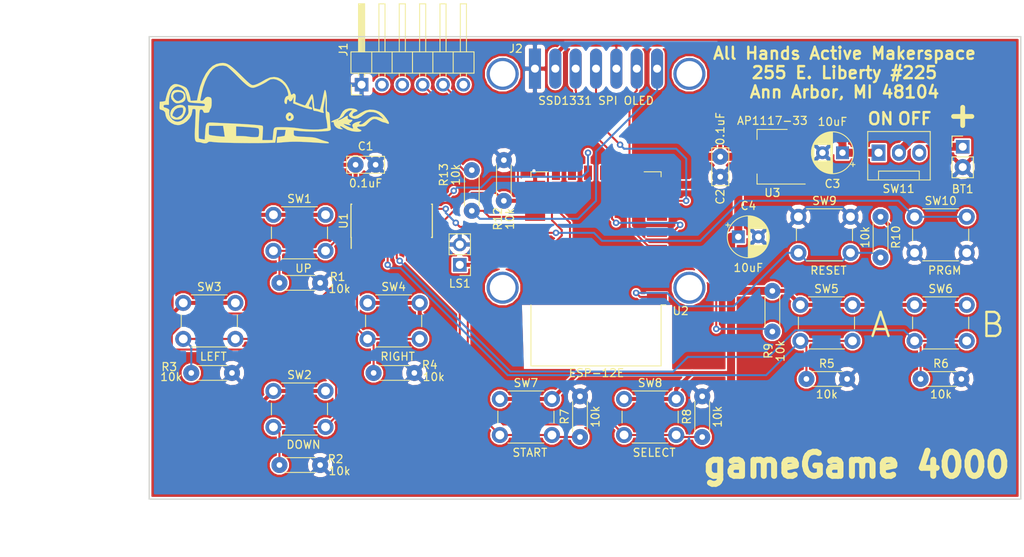
<source format=kicad_pcb>
(kicad_pcb (version 20171130) (host pcbnew 5.0.0-rc2-dev-unknown-r12507-fb882633)
  (layers (0 F.Cu signal) (31 B.Cu signal) (34 B.Paste user) (35 F.Paste user) (36 B.SilkS user) (37 F.SilkS user) (38 B.Mask user) (39 F.Mask user) (44 Edge.Cuts user))
  (net 0 "")
  (net 1 +3V3)
  (net 2 GND)
  (net 3 +BATT)
  (net 4 /RX)
  (net 5 /TX)
  (net 6 /CS)
  (net 7 /DC)
  (net 8 /SPEAKER)
  (net 9 /RST)
  (net 10 "Net-(R1-Pad1)")
  (net 11 "Net-(R2-Pad1)")
  (net 12 "Net-(R3-Pad1)")
  (net 13 "Net-(R4-Pad1)")
  (net 14 "Net-(R5-Pad1)")
  (net 15 "Net-(R6-Pad1)")
  (net 16 "Net-(R7-Pad1)")
  (net 17 "Net-(R8-Pad1)")
  (net 18 "Net-(R9-Pad2)")
  (net 19 "Net-(BT1-Pad1)")
  (net 20 /BUTTONS)
  (net 21 /STCP)
  (net 22 /MOSI)
  (net 23 /CLK)
  (net 24 /SHCP)
  (net 25 /~PL)
  (module Capacitor_THT:CP_Radial_D5.0mm_P2.50mm (layer F.Cu) (at 148.75 48)
    (fp_text reference C4 (at 1.25 -3.87) (layer F.SilkS))
    (fp_text value 10uF (at 1.25 3.87) (layer F.SilkS))
    (pad 2 thru_hole circle (at 2.5 0) (size 1.6 1.6) (drill 0.8) (layers *.Cu *.Mask) (net 2 GND))
    (pad 1 thru_hole rect (at 0 0) (size 1.6 1.6) (drill 0.8) (layers *.Cu *.Mask) (net 1 +3V3))
  )
  (module Capacitor_THT:CP_Radial_D5.0mm_P2.50mm (layer F.Cu) (at 161.75 37.5 180)
    (fp_text reference C3 (at 1.25 -3.87 180) (layer F.SilkS))
    (fp_text value 10uF (at 1.25 3.87 180) (layer F.SilkS))
    (pad 2 thru_hole circle (at 2.5 0 180) (size 1.6 1.6) (drill 0.8) (layers *.Cu *.Mask) (net 2 GND))
    (pad 1 thru_hole rect (at 0 0 180) (size 1.6 1.6) (drill 0.8) (layers *.Cu *.Mask) (net 3 +BATT))
  )
  (module gglib:C_Rect_L4.6mm_W2.0mm_P2.50mm_MKS02_FKP02 (layer F.Cu) (at 146.5 38 270)
    (fp_text reference C2 (at 5 0 270) (layer F.SilkS))
    (fp_text value 0.1uF (at -3.5 0 270) (layer F.SilkS))
    (pad 1 thru_hole circle (at 0 0 270) (size 2 2) (drill 0.7) (layers *.Cu *.Mask) (net 1 +3V3))
    (pad 2 thru_hole circle (at 2.5 0 270) (size 2 2) (drill 0.7) (layers *.Cu *.Mask) (net 2 GND))
  )
  (module gglib:C_Rect_L4.6mm_W2.0mm_P2.50mm_MKS02_FKP02 (layer F.Cu) (at 101 39)
    (fp_text reference C1 (at 1.25 -2.31) (layer F.SilkS))
    (fp_text value 0.1uF (at 1.25 2.31) (layer F.SilkS))
    (pad 1 thru_hole circle (at 0 0) (size 2 2) (drill 0.7) (layers *.Cu *.Mask) (net 1 +3V3))
    (pad 2 thru_hole circle (at 2.5 0) (size 2 2) (drill 0.7) (layers *.Cu *.Mask) (net 2 GND))
  )
  (module Connector_PinHeader_2.54mm:PinHeader_1x06_P2.54mm_Horizontal (layer F.Cu) (at 101.75 29 90)
    (fp_text reference J1 (at 4.385 -2.27 90) (layer F.SilkS))
    (fp_text value FTDI)
    (pad 1 thru_hole rect (at 0 0 90) (size 1.7 1.7) (drill 1) (layers *.Cu *.Mask) (net 2 GND))
    (pad 2 thru_hole oval (at 0 2.54 90) (size 1.7 1.7) (drill 1) (layers *.Cu *.Mask))
    (pad 3 thru_hole oval (at 0 5.08 90) (size 1.7 1.7) (drill 1) (layers *.Cu *.Mask))
    (pad 4 thru_hole oval (at 0 7.62 90) (size 1.7 1.7) (drill 1) (layers *.Cu *.Mask) (net 4 /RX))
    (pad 5 thru_hole oval (at 0 10.16 90) (size 1.7 1.7) (drill 1) (layers *.Cu *.Mask) (net 5 /TX))
    (pad 6 thru_hole oval (at 0 12.7 90) (size 1.7 1.7) (drill 1) (layers *.Cu *.Mask))
  )
  (module footprints:SD1131 (layer F.Cu) (at 131 41)
    (fp_text reference J2 (at -10 -16.5) (layer F.SilkS))
    (fp_text value "SSD1331 SPI OLED" (at 0 -10) (layer F.SilkS))
    (pad 8 thru_hole circle (at 11.65 -13.35) (size 4 4) (drill 3.2) (layers *.Cu *.Mask))
    (pad 8 thru_hole circle (at -11.65 -13.35) (size 4 4) (drill 3.2) (layers *.Cu *.Mask))
    (pad 8 thru_hole circle (at 11.65 13.35) (size 4 4) (drill 3.2) (layers *.Cu *.Mask))
    (pad 8 thru_hole circle (at -11.65 13.35) (size 4 4) (drill 3.2) (layers *.Cu *.Mask))
    (pad 7 thru_hole oval (at 7.62 -14) (size 1.5 5) (drill 1) (layers *.Cu *.Mask) (net 6 /CS))
    (pad 6 thru_hole oval (at 5.08 -14) (size 1.5 5) (drill 1) (layers *.Cu *.Mask) (net 7 /DC))
    (pad 5 thru_hole oval (at 2.54 -14) (size 1.5 5) (drill 1) (layers *.Cu *.Mask) (net 1 +3V3))
    (pad 4 thru_hole oval (at 0 -14) (size 1.5 5) (drill 1) (layers *.Cu *.Mask) (net 22 /MOSI))
    (pad 3 thru_hole oval (at -2.54 -14) (size 1.5 5) (drill 1) (layers *.Cu *.Mask) (net 23 /CLK))
    (pad 2 thru_hole oval (at -5.08 -14) (size 1.5 5) (drill 1) (layers *.Cu *.Mask) (net 1 +3V3))
    (pad 1 thru_hole rect (at -7.62 -14) (size 1.5 5) (drill 1) (layers *.Cu *.Mask) (net 2 GND))
  )
  (module Button_Switch_THT:SW_PUSH_6mm (layer F.Cu) (at 90.75 45.25)
    (fp_text reference SW1 (at 3.25 -2) (layer F.SilkS))
    (fp_text value UP (at 3.75 6.7) (layer F.SilkS))
    (pad 2 thru_hole circle (at 0 4.5 90) (size 2 2) (drill 1.1) (layers *.Cu *.Mask) (net 10 "Net-(R1-Pad1)"))
    (pad 1 thru_hole circle (at 0 0 90) (size 2 2) (drill 1.1) (layers *.Cu *.Mask) (net 1 +3V3))
    (pad 2 thru_hole circle (at 6.5 4.5 90) (size 2 2) (drill 1.1) (layers *.Cu *.Mask) (net 10 "Net-(R1-Pad1)"))
    (pad 1 thru_hole circle (at 6.5 0 90) (size 2 2) (drill 1.1) (layers *.Cu *.Mask) (net 1 +3V3))
  )
  (module Button_Switch_THT:SW_PUSH_6mm (layer F.Cu) (at 90.75 67.25)
    (fp_text reference SW2 (at 3.25 -2) (layer F.SilkS))
    (fp_text value DOWN (at 3.75 6.7) (layer F.SilkS))
    (pad 1 thru_hole circle (at 6.5 0 90) (size 2 2) (drill 1.1) (layers *.Cu *.Mask) (net 1 +3V3))
    (pad 2 thru_hole circle (at 6.5 4.5 90) (size 2 2) (drill 1.1) (layers *.Cu *.Mask) (net 11 "Net-(R2-Pad1)"))
    (pad 1 thru_hole circle (at 0 0 90) (size 2 2) (drill 1.1) (layers *.Cu *.Mask) (net 1 +3V3))
    (pad 2 thru_hole circle (at 0 4.5 90) (size 2 2) (drill 1.1) (layers *.Cu *.Mask) (net 11 "Net-(R2-Pad1)"))
  )
  (module Button_Switch_THT:SW_PUSH_6mm (layer F.Cu) (at 79.5 56.25)
    (fp_text reference SW3 (at 3.25 -2) (layer F.SilkS))
    (fp_text value LEFT (at 3.75 6.7) (layer F.SilkS))
    (pad 2 thru_hole circle (at 0 4.5 90) (size 2 2) (drill 1.1) (layers *.Cu *.Mask) (net 12 "Net-(R3-Pad1)"))
    (pad 1 thru_hole circle (at 0 0 90) (size 2 2) (drill 1.1) (layers *.Cu *.Mask) (net 1 +3V3))
    (pad 2 thru_hole circle (at 6.5 4.5 90) (size 2 2) (drill 1.1) (layers *.Cu *.Mask) (net 12 "Net-(R3-Pad1)"))
    (pad 1 thru_hole circle (at 6.5 0 90) (size 2 2) (drill 1.1) (layers *.Cu *.Mask) (net 1 +3V3))
  )
  (module Button_Switch_THT:SW_PUSH_6mm (layer F.Cu) (at 102.5 56.25)
    (fp_text reference SW4 (at 3.25 -2) (layer F.SilkS))
    (fp_text value RIGHT (at 3.75 6.7) (layer F.SilkS))
    (pad 1 thru_hole circle (at 6.5 0 90) (size 2 2) (drill 1.1) (layers *.Cu *.Mask) (net 1 +3V3))
    (pad 2 thru_hole circle (at 6.5 4.5 90) (size 2 2) (drill 1.1) (layers *.Cu *.Mask) (net 13 "Net-(R4-Pad1)"))
    (pad 1 thru_hole circle (at 0 0 90) (size 2 2) (drill 1.1) (layers *.Cu *.Mask) (net 1 +3V3))
    (pad 2 thru_hole circle (at 0 4.5 90) (size 2 2) (drill 1.1) (layers *.Cu *.Mask) (net 13 "Net-(R4-Pad1)"))
  )
  (module Button_Switch_THT:SW_PUSH_6mm (layer F.Cu) (at 156.5 56.5)
    (fp_text reference SW5 (at 3.25 -2) (layer F.SilkS))
    (fp_text value A)
    (pad 1 thru_hole circle (at 6.5 0 90) (size 2 2) (drill 1.1) (layers *.Cu *.Mask) (net 1 +3V3))
    (pad 2 thru_hole circle (at 6.5 4.5 90) (size 2 2) (drill 1.1) (layers *.Cu *.Mask) (net 14 "Net-(R5-Pad1)"))
    (pad 1 thru_hole circle (at 0 0 90) (size 2 2) (drill 1.1) (layers *.Cu *.Mask) (net 1 +3V3))
    (pad 2 thru_hole circle (at 0 4.5 90) (size 2 2) (drill 1.1) (layers *.Cu *.Mask) (net 14 "Net-(R5-Pad1)"))
  )
  (module Button_Switch_THT:SW_PUSH_6mm (layer F.Cu) (at 170.75 56.5)
    (fp_text reference SW6 (at 3.25 -2) (layer F.SilkS))
    (fp_text value B)
    (pad 2 thru_hole circle (at 0 4.5 90) (size 2 2) (drill 1.1) (layers *.Cu *.Mask) (net 15 "Net-(R6-Pad1)"))
    (pad 1 thru_hole circle (at 0 0 90) (size 2 2) (drill 1.1) (layers *.Cu *.Mask) (net 1 +3V3))
    (pad 2 thru_hole circle (at 6.5 4.5 90) (size 2 2) (drill 1.1) (layers *.Cu *.Mask) (net 15 "Net-(R6-Pad1)"))
    (pad 1 thru_hole circle (at 6.5 0 90) (size 2 2) (drill 1.1) (layers *.Cu *.Mask) (net 1 +3V3))
  )
  (module Button_Switch_THT:SW_PUSH_6mm (layer F.Cu) (at 119 68.25)
    (fp_text reference SW7 (at 3.25 -2) (layer F.SilkS))
    (fp_text value START (at 3.75 6.7) (layer F.SilkS))
    (pad 1 thru_hole circle (at 6.5 0 90) (size 2 2) (drill 1.1) (layers *.Cu *.Mask) (net 1 +3V3))
    (pad 2 thru_hole circle (at 6.5 4.5 90) (size 2 2) (drill 1.1) (layers *.Cu *.Mask) (net 16 "Net-(R7-Pad1)"))
    (pad 1 thru_hole circle (at 0 0 90) (size 2 2) (drill 1.1) (layers *.Cu *.Mask) (net 1 +3V3))
    (pad 2 thru_hole circle (at 0 4.5 90) (size 2 2) (drill 1.1) (layers *.Cu *.Mask) (net 16 "Net-(R7-Pad1)"))
  )
  (module Button_Switch_THT:SW_PUSH_6mm (layer F.Cu) (at 134.5 68.25)
    (fp_text reference SW8 (at 3.25 -2) (layer F.SilkS))
    (fp_text value SELECT (at 3.75 6.7) (layer F.SilkS))
    (pad 2 thru_hole circle (at 0 4.5 90) (size 2 2) (drill 1.1) (layers *.Cu *.Mask) (net 17 "Net-(R8-Pad1)"))
    (pad 1 thru_hole circle (at 0 0 90) (size 2 2) (drill 1.1) (layers *.Cu *.Mask) (net 1 +3V3))
    (pad 2 thru_hole circle (at 6.5 4.5 90) (size 2 2) (drill 1.1) (layers *.Cu *.Mask) (net 17 "Net-(R8-Pad1)"))
    (pad 1 thru_hole circle (at 6.5 0 90) (size 2 2) (drill 1.1) (layers *.Cu *.Mask) (net 1 +3V3))
  )
  (module Button_Switch_THT:SW_PUSH_6mm (layer F.Cu) (at 156.25 45.5)
    (fp_text reference SW9 (at 3.25 -2) (layer F.SilkS))
    (fp_text value RESET (at 3.75 6.7) (layer F.SilkS))
    (pad 2 thru_hole circle (at 0 4.5 90) (size 2 2) (drill 1.1) (layers *.Cu *.Mask) (net 9 /RST))
    (pad 1 thru_hole circle (at 0 0 90) (size 2 2) (drill 1.1) (layers *.Cu *.Mask) (net 2 GND))
    (pad 2 thru_hole circle (at 6.5 4.5 90) (size 2 2) (drill 1.1) (layers *.Cu *.Mask) (net 9 /RST))
    (pad 1 thru_hole circle (at 6.5 0 90) (size 2 2) (drill 1.1) (layers *.Cu *.Mask) (net 2 GND))
  )
  (module Button_Switch_THT:SW_PUSH_6mm (layer F.Cu) (at 170.75 45.5)
    (fp_text reference SW10 (at 3.25 -2) (layer F.SilkS))
    (fp_text value PRGM (at 3.75 6.7) (layer F.SilkS))
    (pad 1 thru_hole circle (at 6.5 0 90) (size 2 2) (drill 1.1) (layers *.Cu *.Mask) (net 24 /SHCP))
    (pad 2 thru_hole circle (at 6.5 4.5 90) (size 2 2) (drill 1.1) (layers *.Cu *.Mask) (net 2 GND))
    (pad 1 thru_hole circle (at 0 0 90) (size 2 2) (drill 1.1) (layers *.Cu *.Mask) (net 24 /SHCP))
    (pad 2 thru_hole circle (at 0 4.5 90) (size 2 2) (drill 1.1) (layers *.Cu *.Mask) (net 2 GND))
  )
  (module Connector:FanPinHeader_1x03_P2.54mm_Vertical (layer F.Cu) (at 166.25 37.5)
    (fp_text reference SW11 (at 2.5 4.5) (layer F.SilkS))
    (fp_text value SW_SPDT)
    (pad 1 thru_hole rect (at 0 0 90) (size 2.03 1.73) (drill 1.02) (layers *.Cu *.Mask) (net 3 +BATT))
    (pad 2 thru_hole oval (at 2.54 0 90) (size 2.03 1.73) (drill 1.02) (layers *.Cu *.Mask) (net 19 "Net-(BT1-Pad1)"))
    (pad 3 thru_hole oval (at 5.08 0 90) (size 2.03 1.73) (drill 1.02) (layers *.Cu *.Mask))
  )
  (module Package_SO:SOIC-16_3.9x9.9mm_P1.27mm (layer F.Cu) (at 105.5 46 90)
    (fp_text reference U1 (at 0 -6 90) (layer F.SilkS))
    (fp_text value 74LS597)
    (pad 1 smd rect (at -2.7 -4.445 90) (size 1.5 0.6) (layers F.Cu F.Paste F.Mask) (net 11 "Net-(R2-Pad1)"))
    (pad 2 smd rect (at -2.7 -3.175 90) (size 1.5 0.6) (layers F.Cu F.Paste F.Mask) (net 12 "Net-(R3-Pad1)"))
    (pad 3 smd rect (at -2.7 -1.905 90) (size 1.5 0.6) (layers F.Cu F.Paste F.Mask) (net 13 "Net-(R4-Pad1)"))
    (pad 4 smd rect (at -2.7 -0.635 90) (size 1.5 0.6) (layers F.Cu F.Paste F.Mask) (net 14 "Net-(R5-Pad1)"))
    (pad 5 smd rect (at -2.7 0.635 90) (size 1.5 0.6) (layers F.Cu F.Paste F.Mask) (net 15 "Net-(R6-Pad1)"))
    (pad 6 smd rect (at -2.7 1.905 90) (size 1.5 0.6) (layers F.Cu F.Paste F.Mask) (net 16 "Net-(R7-Pad1)"))
    (pad 7 smd rect (at -2.7 3.175 90) (size 1.5 0.6) (layers F.Cu F.Paste F.Mask) (net 17 "Net-(R8-Pad1)"))
    (pad 8 smd rect (at -2.7 4.445 90) (size 1.5 0.6) (layers F.Cu F.Paste F.Mask) (net 2 GND))
    (pad 9 smd rect (at 2.7 4.445 90) (size 1.5 0.6) (layers F.Cu F.Paste F.Mask) (net 20 /BUTTONS))
    (pad 10 smd rect (at 2.7 3.175 90) (size 1.5 0.6) (layers F.Cu F.Paste F.Mask) (net 1 +3V3))
    (pad 11 smd rect (at 2.7 1.905 90) (size 1.5 0.6) (layers F.Cu F.Paste F.Mask) (net 24 /SHCP))
    (pad 12 smd rect (at 2.7 0.635 90) (size 1.5 0.6) (layers F.Cu F.Paste F.Mask) (net 21 /STCP))
    (pad 13 smd rect (at 2.7 -0.635 90) (size 1.5 0.6) (layers F.Cu F.Paste F.Mask) (net 25 /~PL))
    (pad 14 smd rect (at 2.7 -1.905 90) (size 1.5 0.6) (layers F.Cu F.Paste F.Mask) (net 2 GND))
    (pad 15 smd rect (at 2.7 -3.175 90) (size 1.5 0.6) (layers F.Cu F.Paste F.Mask) (net 10 "Net-(R1-Pad1)"))
    (pad 16 smd rect (at 2.7 -4.445 90) (size 1.5 0.6) (layers F.Cu F.Paste F.Mask) (net 1 +3V3))
  )
  (module RF_Module:ESP-12E (layer F.Cu) (at 131 52 180)
    (fp_text reference U2 (at -10.56 -5.26 180) (layer F.SilkS))
    (fp_text value ESP-12E (at -0.06 -13 180) (layer F.SilkS))
    (pad 1 smd rect (at -7.6 -3.5 180) (size 2.5 1) (layers F.Cu F.Paste F.Mask) (net 9 /RST))
    (pad 2 smd rect (at -7.6 -1.5 180) (size 2.5 1) (layers F.Cu F.Paste F.Mask))
    (pad 3 smd rect (at -7.6 0.5 180) (size 2.5 1) (layers F.Cu F.Paste F.Mask) (net 18 "Net-(R9-Pad2)"))
    (pad 4 smd rect (at -7.6 2.5 180) (size 2.5 1) (layers F.Cu F.Paste F.Mask) (net 7 /DC))
    (pad 5 smd rect (at -7.6 4.5 180) (size 2.5 1) (layers F.Cu F.Paste F.Mask) (net 23 /CLK))
    (pad 6 smd rect (at -7.6 6.5 180) (size 2.5 1) (layers F.Cu F.Paste F.Mask))
    (pad 7 smd rect (at -7.6 8.5 180) (size 2.5 1) (layers F.Cu F.Paste F.Mask) (net 22 /MOSI))
    (pad 8 smd rect (at -7.6 10.5 180) (size 2.5 1) (layers F.Cu F.Paste F.Mask) (net 1 +3V3))
    (pad 9 smd rect (at -5 12 180) (size 1 1.8) (layers F.Cu F.Paste F.Mask))
    (pad 10 smd rect (at -3 12 180) (size 1 1.8) (layers F.Cu F.Paste F.Mask))
    (pad 11 smd rect (at -1 12 180) (size 1 1.8) (layers F.Cu F.Paste F.Mask))
    (pad 12 smd rect (at 1 12 180) (size 1 1.8) (layers F.Cu F.Paste F.Mask) (net 20 /BUTTONS))
    (pad 13 smd rect (at 3 12 180) (size 1 1.8) (layers F.Cu F.Paste F.Mask))
    (pad 14 smd rect (at 5 12 180) (size 1 1.8) (layers F.Cu F.Paste F.Mask))
    (pad 15 smd rect (at 7.6 10.5 180) (size 2.5 1) (layers F.Cu F.Paste F.Mask) (net 2 GND))
    (pad 16 smd rect (at 7.6 8.5 180) (size 2.5 1) (layers F.Cu F.Paste F.Mask) (net 21 /STCP))
    (pad 17 smd rect (at 7.6 6.5 180) (size 2.5 1) (layers F.Cu F.Paste F.Mask) (net 6 /CS))
    (pad 18 smd rect (at 7.6 4.5 180) (size 2.5 1) (layers F.Cu F.Paste F.Mask) (net 24 /SHCP))
    (pad 19 smd rect (at 7.6 2.5 180) (size 2.5 1) (layers F.Cu F.Paste F.Mask) (net 25 /~PL))
    (pad 20 smd rect (at 7.6 0.5 180) (size 2.5 1) (layers F.Cu F.Paste F.Mask) (net 8 /SPEAKER))
    (pad 21 smd rect (at 7.6 -1.5 180) (size 2.5 1) (layers F.Cu F.Paste F.Mask) (net 4 /RX))
    (pad 22 smd rect (at 7.6 -3.5 180) (size 2.5 1) (layers F.Cu F.Paste F.Mask) (net 5 /TX))
  )
  (module Package_TO_SOT_SMD:SOT-223-3_TabPin2 (layer F.Cu) (at 153 38 180)
    (fp_text reference U3 (at 0 -4.5 180) (layer F.SilkS))
    (fp_text value AP1117-33 (at 0 4.5 180) (layer F.SilkS))
    (pad 2 smd rect (at 3.15 0 180) (size 2 3.8) (layers F.Cu F.Paste F.Mask) (net 1 +3V3))
    (pad 2 smd rect (at -3.15 0 180) (size 2 1.5) (layers F.Cu F.Paste F.Mask) (net 1 +3V3))
    (pad 3 smd rect (at -3.15 2.3 180) (size 2 1.5) (layers F.Cu F.Paste F.Mask) (net 3 +BATT))
    (pad 1 smd rect (at -3.15 -2.3 180) (size 2 1.5) (layers F.Cu F.Paste F.Mask) (net 2 GND))
  )
  (module gglib:R_Axial_DIN0204_L3.6mm_D1.6mm_P5.08mm_Horizontal (layer F.Cu) (at 91.5 53.75)
    (fp_text reference R1 (at 7.25 -0.75) (layer F.SilkS))
    (fp_text value 10k (at 7.5 0.75) (layer F.SilkS))
    (pad 1 thru_hole circle (at 0 0) (size 2 2) (drill 0.7) (layers *.Cu *.Mask) (net 10 "Net-(R1-Pad1)"))
    (pad 2 thru_hole circle (at 5.08 0) (size 2 2) (drill 0.7) (layers *.Cu *.Mask) (net 2 GND))
  )
  (module gglib:R_Axial_DIN0204_L3.6mm_D1.6mm_P5.08mm_Horizontal (layer F.Cu) (at 91.5 76.5)
    (fp_text reference R2 (at 7 -0.75) (layer F.SilkS))
    (fp_text value 10k (at 7.5 0.75) (layer F.SilkS))
    (pad 2 thru_hole circle (at 5.08 0) (size 2 2) (drill 0.7) (layers *.Cu *.Mask) (net 2 GND))
    (pad 1 thru_hole circle (at 0 0) (size 2 2) (drill 0.7) (layers *.Cu *.Mask) (net 11 "Net-(R2-Pad1)"))
  )
  (module gglib:R_Axial_DIN0204_L3.6mm_D1.6mm_P5.08mm_Horizontal (layer F.Cu) (at 80.5 65)
    (fp_text reference R3 (at -2.75 -0.75) (layer F.SilkS))
    (fp_text value 10k (at -2.5 0.5) (layer F.SilkS))
    (pad 1 thru_hole circle (at 0 0) (size 2 2) (drill 0.7) (layers *.Cu *.Mask) (net 12 "Net-(R3-Pad1)"))
    (pad 2 thru_hole circle (at 5.08 0) (size 2 2) (drill 0.7) (layers *.Cu *.Mask) (net 2 GND))
  )
  (module gglib:R_Axial_DIN0204_L3.6mm_D1.6mm_P5.08mm_Horizontal (layer F.Cu) (at 103.25 65)
    (fp_text reference R4 (at 7 -1) (layer F.SilkS))
    (fp_text value 10k (at 7.5 0.5) (layer F.SilkS))
    (pad 2 thru_hole circle (at 5.08 0) (size 2 2) (drill 0.7) (layers *.Cu *.Mask) (net 2 GND))
    (pad 1 thru_hole circle (at 0 0) (size 2 2) (drill 0.7) (layers *.Cu *.Mask) (net 13 "Net-(R4-Pad1)"))
  )
  (module gglib:R_Axial_DIN0204_L3.6mm_D1.6mm_P5.08mm_Horizontal (layer F.Cu) (at 157.25 65.75)
    (fp_text reference R5 (at 2.54 -1.92) (layer F.SilkS))
    (fp_text value 10k (at 2.54 1.92) (layer F.SilkS))
    (pad 1 thru_hole circle (at 0 0) (size 2 2) (drill 0.7) (layers *.Cu *.Mask) (net 14 "Net-(R5-Pad1)"))
    (pad 2 thru_hole circle (at 5.08 0) (size 2 2) (drill 0.7) (layers *.Cu *.Mask) (net 2 GND))
  )
  (module gglib:R_Axial_DIN0204_L3.6mm_D1.6mm_P5.08mm_Horizontal (layer F.Cu) (at 171.5 65.75)
    (fp_text reference R6 (at 2.54 -1.92) (layer F.SilkS))
    (fp_text value 10k (at 2.54 1.92) (layer F.SilkS))
    (pad 2 thru_hole circle (at 5.08 0) (size 2 2) (drill 0.7) (layers *.Cu *.Mask) (net 2 GND))
    (pad 1 thru_hole circle (at 0 0) (size 2 2) (drill 0.7) (layers *.Cu *.Mask) (net 15 "Net-(R6-Pad1)"))
  )
  (module gglib:R_Axial_DIN0204_L3.6mm_D1.6mm_P5.08mm_Horizontal (layer F.Cu) (at 129 73 90)
    (fp_text reference R7 (at 2.54 -1.92 90) (layer F.SilkS))
    (fp_text value 10k (at 2.54 1.92 90) (layer F.SilkS))
    (pad 1 thru_hole circle (at 0 0 90) (size 2 2) (drill 0.7) (layers *.Cu *.Mask) (net 16 "Net-(R7-Pad1)"))
    (pad 2 thru_hole circle (at 5.08 0 90) (size 2 2) (drill 0.7) (layers *.Cu *.Mask) (net 2 GND))
  )
  (module gglib:R_Axial_DIN0204_L3.6mm_D1.6mm_P5.08mm_Horizontal (layer F.Cu) (at 144.25 73 90)
    (fp_text reference R8 (at 2.54 -1.92 90) (layer F.SilkS))
    (fp_text value 10k (at 2.54 1.92 90) (layer F.SilkS))
    (pad 1 thru_hole circle (at 0 0 90) (size 2 2) (drill 0.7) (layers *.Cu *.Mask) (net 17 "Net-(R8-Pad1)"))
    (pad 2 thru_hole circle (at 5.08 0 90) (size 2 2) (drill 0.7) (layers *.Cu *.Mask) (net 2 GND))
  )
  (module gglib:R_Axial_DIN0204_L3.6mm_D1.6mm_P5.08mm_Horizontal (layer F.Cu) (at 153 54.75 270)
    (fp_text reference R9 (at 7.5 0.5 270) (layer F.SilkS))
    (fp_text value 10k (at 7.5 -1 270) (layer F.SilkS))
    (pad 2 thru_hole circle (at 5.08 0 270) (size 2 2) (drill 0.7) (layers *.Cu *.Mask) (net 18 "Net-(R9-Pad2)"))
    (pad 1 thru_hole circle (at 0 0 270) (size 2 2) (drill 0.7) (layers *.Cu *.Mask) (net 1 +3V3))
  )
  (module gglib:R_Axial_DIN0204_L3.6mm_D1.6mm_P5.08mm_Horizontal (layer F.Cu) (at 166.5 45.5 270)
    (fp_text reference R10 (at 2.54 -1.92 270) (layer F.SilkS))
    (fp_text value 10k (at 2.54 1.92 270) (layer F.SilkS))
    (pad 1 thru_hole circle (at 0 0 270) (size 2 2) (drill 0.7) (layers *.Cu *.Mask) (net 1 +3V3))
    (pad 2 thru_hole circle (at 5.08 0 270) (size 2 2) (drill 0.7) (layers *.Cu *.Mask) (net 9 /RST))
  )
  (module gglib:R_Axial_DIN0204_L3.6mm_D1.6mm_P5.08mm_Horizontal (layer F.Cu) (at 119.5 43.5 90)
    (fp_text reference R12 (at -2.25 -0.75 90) (layer F.SilkS))
    (fp_text value 10k (at -2.25 0.75 90) (layer F.SilkS))
    (pad 2 thru_hole circle (at 5.08 0 90) (size 2 2) (drill 0.7) (layers *.Cu *.Mask) (net 2 GND))
    (pad 1 thru_hole circle (at 0 0 90) (size 2 2) (drill 0.7) (layers *.Cu *.Mask) (net 21 /STCP))
  )
  (module gglib:R_Axial_DIN0204_L3.6mm_D1.6mm_P5.08mm_Horizontal (layer F.Cu) (at 115.5 44.75 90)
    (fp_text reference R13 (at 4.5 -3.5 90) (layer F.SilkS))
    (fp_text value 10k (at 4.5 -2 90) (layer F.SilkS))
    (pad 1 thru_hole circle (at 0 0 90) (size 2 2) (drill 0.7) (layers *.Cu *.Mask) (net 6 /CS))
    (pad 2 thru_hole circle (at 5.08 0 90) (size 2 2) (drill 0.7) (layers *.Cu *.Mask) (net 1 +3V3))
  )
  (module gglib:PinHeader_1x02_P2.54mm_Vertical (layer F.Cu) (at 176.75 36.75)
    (fp_text reference BT1 (at 0 5.29) (layer F.SilkS))
    (fp_text value Battery)
    (pad 1 thru_hole rect (at 0 0) (size 1.7 1.7) (drill 1) (layers *.Cu *.Mask) (net 19 "Net-(BT1-Pad1)"))
    (pad 2 thru_hole circle (at 0 2.54) (size 2 2) (drill 1) (layers *.Cu *.Mask) (net 2 GND))
  )
  (module Connector_PinHeader_2.54mm:PinHeader_1x02_P2.54mm_Vertical (layer F.Cu) (at 114 51.5 180)
    (fp_text reference LS1 (at 0 -2.33 180) (layer F.SilkS))
    (fp_text value Speaker)
    (pad 1 thru_hole rect (at 0 0 180) (size 1.7 1.7) (drill 1) (layers *.Cu *.Mask) (net 8 /SPEAKER))
    (pad 2 thru_hole oval (at 0 2.54 180) (size 1.7 1.7) (drill 1) (layers *.Cu *.Mask) (net 2 GND))
  )
  (module penguiconbadge2:AHA-SILK (layer F.Cu) (at 90.75 30.75)
    (fp_text reference G*** hide)
    (fp_text value LOGO hide)
  )
  (gr_text "gameGame 4000" (at 163.5 76.5) (layer F.SilkS) (effects (font (size 3 3) (thickness 0.75))))
  (gr_text "All Hands Active Makerspace\n255 E. Liberty #225\nAnn Arbor, MI 48104" (at 162 27.5) (layer F.SilkS) (effects (font (size 1.5 1.5) (thickness 0.3))))
  (gr_text "ON\n" (at 166.5 33.25) (layer F.SilkS) (effects (font (size 1.5 1.5) (thickness 0.3))))
  (gr_text OFF (at 170.75 33.25) (layer F.SilkS) (effects (font (size 1.5 1.5) (thickness 0.3))))
  (gr_text + (at 176.75 32.75) (layer F.SilkS) (effects (font (size 3 3) (thickness 0.6))))
  (gr_text B (at 180.5 59) (layer F.SilkS) (effects (font (size 3 3) (thickness 0.3))))
  (gr_text A (at 166.5 59) (layer F.SilkS) (effects (font (size 3 3) (thickness 0.3))))
  (gr_line (start 75.25 80.75) (end 75.25 23) (layer Edge.Cuts) (width 0.15))
  (gr_line (start 184 80.75) (end 75.25 80.75) (layer Edge.Cuts) (width 0.15))
  (gr_line (start 184 23) (end 184 80.75) (layer Edge.Cuts) (width 0.15))
  (gr_line (start 75.25 23) (end 184 23) (layer Edge.Cuts) (width 0.15))
  (segment (start 133.5 24) (end 127.17 24) (width 0.5) (layer F.Cu) (net 1))
  (segment (start 146 24) (end 133.5 24) (width 0.5) (layer F.Cu) (net 1))
  (segment (start 133.54 27) (end 133.54 24.25) (width 0.25) (layer F.Cu) (net 1))
  (segment (start 133.54 24.25) (end 133.5 24.21) (width 0.25) (layer F.Cu) (net 1))
  (segment (start 133.5 24.21) (end 133.5 24) (width 0.25) (layer F.Cu) (net 1))
  (segment (start 101 41.25) (end 101 43.245) (width 0.5) (layer F.Cu) (net 1))
  (segment (start 101 39) (end 101 41.25) (width 0.5) (layer F.Cu) (net 1))
  (segment (start 108.675 43.3) (end 108.675 42.3) (width 0.25) (layer F.Cu) (net 1))
  (segment (start 107.625 41.25) (end 101 41.25) (width 0.25) (layer F.Cu) (net 1))
  (segment (start 108.675 42.3) (end 107.625 41.25) (width 0.25) (layer F.Cu) (net 1))
  (segment (start 114.510051 39.67) (end 110.290051 35.45) (width 0.25) (layer F.Cu) (net 1))
  (segment (start 115.5 39.67) (end 114.510051 39.67) (width 0.25) (layer F.Cu) (net 1))
  (segment (start 110.290051 35.45) (end 101.825 35.45) (width 0.25) (layer F.Cu) (net 1))
  (segment (start 101.825 35.45) (end 94.45 35.45) (width 0.25) (layer F.Cu) (net 1))
  (segment (start 146.5 38) (end 146.5 24.5) (width 0.5) (layer F.Cu) (net 1))
  (segment (start 146.5 24.5) (end 146 24) (width 0.5) (layer F.Cu) (net 1))
  (segment (start 77.174991 58.575009) (end 77.799999 57.950001) (width 1) (layer F.Cu) (net 1))
  (segment (start 77.174991 68.674991) (end 77.174991 58.575009) (width 1) (layer F.Cu) (net 1))
  (segment (start 82.5 74) (end 77.174991 68.674991) (width 1) (layer F.Cu) (net 1))
  (segment (start 112.5 61.164213) (end 109 57.664213) (width 0.5) (layer F.Cu) (net 1))
  (segment (start 112.5 79) (end 112.5 61.164213) (width 0.5) (layer F.Cu) (net 1))
  (segment (start 109 57.664213) (end 109 56.25) (width 0.5) (layer F.Cu) (net 1))
  (segment (start 149.85 38) (end 149.85 40.9) (width 1) (layer F.Cu) (net 1))
  (segment (start 149.85 40.9) (end 148.75 42) (width 1) (layer F.Cu) (net 1))
  (segment (start 148.75 42) (end 148.75 46.2) (width 1) (layer F.Cu) (net 1))
  (segment (start 148.75 46.2) (end 148.75 48) (width 1) (layer F.Cu) (net 1))
  (segment (start 156.15 38) (end 149.85 38) (width 1) (layer F.Cu) (net 1))
  (segment (start 149.85 38) (end 146.5 38) (width 1) (layer F.Cu) (net 1))
  (segment (start 143 41.5) (end 144 40.5) (width 1) (layer F.Cu) (net 1))
  (segment (start 138.6 41.5) (end 143 41.5) (width 1) (layer F.Cu) (net 1))
  (segment (start 144 40.5) (end 144 38.5) (width 1) (layer F.Cu) (net 1))
  (segment (start 144 38.5) (end 144.5 38) (width 1) (layer F.Cu) (net 1))
  (segment (start 144.5 38) (end 146.5 38) (width 1) (layer F.Cu) (net 1))
  (segment (start 101 43.245) (end 101.055 43.3) (width 0.5) (layer F.Cu) (net 1))
  (segment (start 91 39) (end 94.5 35.5) (width 1) (layer F.Cu) (net 1))
  (segment (start 84.75 45.25) (end 91 39) (width 1) (layer F.Cu) (net 1))
  (segment (start 101 39) (end 91 39) (width 0.5) (layer F.Cu) (net 1))
  (segment (start 94.45 35.45) (end 94.5 35.5) (width 0.5) (layer F.Cu) (net 1))
  (segment (start 80.25 45.25) (end 84.75 45.25) (width 1) (layer F.Cu) (net 1))
  (segment (start 127.17 24) (end 125.92 25.25) (width 0.5) (layer F.Cu) (net 1))
  (segment (start 125.92 25.25) (end 125.92 27) (width 0.5) (layer F.Cu) (net 1))
  (segment (start 168.5 56.5) (end 170.75 56.5) (width 0.5) (layer F.Cu) (net 1))
  (segment (start 163 56.5) (end 168.5 56.5) (width 0.5) (layer F.Cu) (net 1))
  (segment (start 168.5 56.5) (end 168.5 47.5) (width 0.5) (layer F.Cu) (net 1))
  (segment (start 168.5 47.5) (end 166.5 45.5) (width 0.5) (layer F.Cu) (net 1))
  (segment (start 170.75 56.5) (end 177.25 56.5) (width 0.5) (layer F.Cu) (net 1))
  (segment (start 156.5 56.5) (end 163 56.5) (width 0.5) (layer F.Cu) (net 1))
  (segment (start 153 54.75) (end 154.75 54.75) (width 0.5) (layer F.Cu) (net 1))
  (segment (start 154.75 54.75) (end 156.5 56.5) (width 0.5) (layer F.Cu) (net 1))
  (segment (start 149.5 54.75) (end 148.1 54.75) (width 1) (layer F.Cu) (net 1))
  (segment (start 147.85 54.5) (end 147.85 65) (width 1) (layer F.Cu) (net 1))
  (segment (start 147.85 48) (end 147.85 54.5) (width 1) (layer F.Cu) (net 1))
  (segment (start 153 54.75) (end 148.1 54.75) (width 1) (layer F.Cu) (net 1))
  (segment (start 148.1 54.75) (end 147.85 54.5) (width 1) (layer F.Cu) (net 1))
  (segment (start 148.75 48) (end 147.85 48) (width 1) (layer F.Cu) (net 1))
  (segment (start 90.75 45.25) (end 97.25 45.25) (width 0.5) (layer F.Cu) (net 1))
  (segment (start 77.799999 47.700001) (end 80.25 45.25) (width 1) (layer F.Cu) (net 1))
  (segment (start 80.25 45.25) (end 90.75 45.25) (width 0.5) (layer F.Cu) (net 1))
  (segment (start 77.799999 57.950001) (end 77.799999 47.700001) (width 1) (layer F.Cu) (net 1))
  (segment (start 109 56.25) (end 107.585787 56.25) (width 0.5) (layer F.Cu) (net 1))
  (segment (start 107.585787 56.25) (end 102.5 56.25) (width 0.5) (layer F.Cu) (net 1))
  (segment (start 112.5 79) (end 87.5 79) (width 1) (layer F.Cu) (net 1))
  (segment (start 146 79) (end 112.5 79) (width 1) (layer F.Cu) (net 1))
  (segment (start 90.75 67.25) (end 97.25 67.25) (width 0.5) (layer F.Cu) (net 1))
  (segment (start 87.5 79) (end 82.5 74) (width 1) (layer F.Cu) (net 1))
  (segment (start 82.5 74) (end 84 74) (width 0.5) (layer F.Cu) (net 1))
  (segment (start 84 74) (end 90.75 67.25) (width 0.5) (layer F.Cu) (net 1))
  (segment (start 79.5 56.25) (end 80.914213 56.25) (width 0.5) (layer F.Cu) (net 1))
  (segment (start 80.914213 56.25) (end 86 56.25) (width 0.5) (layer F.Cu) (net 1))
  (segment (start 77.799999 57.950001) (end 79.5 56.25) (width 0.5) (layer F.Cu) (net 1))
  (segment (start 141 68.25) (end 139.585787 68.25) (width 0.5) (layer F.Cu) (net 1))
  (segment (start 139.585787 68.25) (end 134.5 68.25) (width 0.5) (layer F.Cu) (net 1))
  (segment (start 125.5 68.25) (end 124.085787 68.25) (width 0.5) (layer F.Cu) (net 1))
  (segment (start 124.085787 68.25) (end 119 68.25) (width 0.5) (layer F.Cu) (net 1))
  (segment (start 143 65) (end 128.75 65) (width 0.5) (layer F.Cu) (net 1))
  (segment (start 128.75 65) (end 125.5 68.25) (width 0.5) (layer F.Cu) (net 1))
  (segment (start 143 65) (end 141 67) (width 0.5) (layer F.Cu) (net 1))
  (segment (start 147.85 65) (end 143 65) (width 0.5) (layer F.Cu) (net 1))
  (segment (start 141 67) (end 141 68.25) (width 0.5) (layer F.Cu) (net 1))
  (segment (start 147.85 65) (end 147.85 77.15) (width 1) (layer F.Cu) (net 1))
  (segment (start 147.85 77.15) (end 146 79) (width 1) (layer F.Cu) (net 1))
  (via (at 123.25 39.75) (size 0.8) (drill 0.4) (layers F.Cu B.Cu) (net 2))
  (segment (start 161.75 37.5) (end 166.25 37.5) (width 1) (layer F.Cu) (net 3))
  (segment (start 161.75 36.5) (end 161.75 36.2) (width 0.5) (layer F.Cu) (net 3))
  (segment (start 161.75 36.5) (end 161.75 37.5) (width 1) (layer F.Cu) (net 3))
  (segment (start 161.25 35.7) (end 161.75 36.2) (width 1) (layer F.Cu) (net 3))
  (segment (start 156.15 35.7) (end 161.25 35.7) (width 1) (layer F.Cu) (net 3))
  (segment (start 121.25 41.685002) (end 122.064998 42.5) (width 0.25) (layer F.Cu) (net 4))
  (segment (start 121.25 36.75) (end 121.25 41.685002) (width 0.25) (layer F.Cu) (net 4))
  (segment (start 119.75 35.25) (end 121.25 36.75) (width 0.25) (layer F.Cu) (net 4))
  (segment (start 125.5 45.926996) (end 126.725002 47.151998) (width 0.25) (layer F.Cu) (net 4))
  (segment (start 125.5 52.15) (end 124.15 53.5) (width 0.25) (layer F.Cu) (net 4))
  (segment (start 122.064998 42.5) (end 125 42.5) (width 0.25) (layer F.Cu) (net 4))
  (segment (start 125.5 43) (end 125.5 45.926996) (width 0.25) (layer F.Cu) (net 4))
  (segment (start 109.37 29) (end 115.62 35.25) (width 0.25) (layer F.Cu) (net 4))
  (segment (start 115.62 35.25) (end 119.75 35.25) (width 0.25) (layer F.Cu) (net 4))
  (segment (start 125 42.5) (end 125.5 43) (width 0.25) (layer F.Cu) (net 4))
  (segment (start 126.725002 47.151998) (end 126.725002 47.848002) (width 0.25) (layer F.Cu) (net 4))
  (segment (start 124.15 53.5) (end 123.4 53.5) (width 0.25) (layer F.Cu) (net 4))
  (segment (start 126.725002 47.848002) (end 125.5 49.073004) (width 0.25) (layer F.Cu) (net 4))
  (segment (start 125.5 49.073004) (end 125.5 52.15) (width 0.25) (layer F.Cu) (net 4))
  (segment (start 121.450011 34.261009) (end 125 37.810998) (width 0.25) (layer F.Cu) (net 5))
  (segment (start 126.5 53.15) (end 124.15 55.5) (width 0.25) (layer F.Cu) (net 5))
  (segment (start 125 37.810998) (end 125 41.25) (width 0.25) (layer F.Cu) (net 5))
  (segment (start 116.95999 34.04999) (end 121.1864 34.04999) (width 0.25) (layer F.Cu) (net 5))
  (segment (start 121.397419 34.261009) (end 121.450011 34.261009) (width 0.25) (layer F.Cu) (net 5))
  (segment (start 121.1864 34.04999) (end 121.397419 34.261009) (width 0.25) (layer F.Cu) (net 5))
  (segment (start 126.5 45) (end 127.75 46.25) (width 0.25) (layer F.Cu) (net 5))
  (segment (start 111.91 29) (end 116.95999 34.04999) (width 0.25) (layer F.Cu) (net 5))
  (segment (start 125 41.25) (end 126.5 42.75) (width 0.25) (layer F.Cu) (net 5))
  (segment (start 124.15 55.5) (end 123.4 55.5) (width 0.25) (layer F.Cu) (net 5))
  (segment (start 126.5 42.75) (end 126.5 45) (width 0.25) (layer F.Cu) (net 5))
  (segment (start 127.75 46.25) (end 127.75 48.25) (width 0.25) (layer F.Cu) (net 5))
  (segment (start 127.75 48.25) (end 126.5 49.5) (width 0.25) (layer F.Cu) (net 5))
  (segment (start 126.5 49.5) (end 126.5 53.15) (width 0.25) (layer F.Cu) (net 5))
  (segment (start 138.62 27) (end 138.62 29.75) (width 0.25) (layer B.Cu) (net 6))
  (segment (start 138.62 29.75) (end 131 37.37) (width 0.25) (layer B.Cu) (net 6))
  (segment (start 116.499999 45.749999) (end 115.5 44.75) (width 0.25) (layer B.Cu) (net 6))
  (segment (start 131 37.37) (end 131 43.5) (width 0.25) (layer B.Cu) (net 6))
  (segment (start 131 43.5) (end 128.750001 45.749999) (width 0.25) (layer B.Cu) (net 6))
  (segment (start 128.750001 45.749999) (end 116.499999 45.749999) (width 0.25) (layer B.Cu) (net 6))
  (segment (start 136.08 27) (end 136.08 29.75) (width 0.25) (layer F.Cu) (net 7))
  (segment (start 136.08 29.75) (end 135.174999 30.655001) (width 0.25) (layer F.Cu) (net 7))
  (segment (start 135.174999 30.655001) (end 135.174999 46.824999) (width 0.25) (layer F.Cu) (net 7))
  (segment (start 137.85 49.5) (end 138.6 49.5) (width 0.25) (layer F.Cu) (net 7))
  (segment (start 135.174999 46.824999) (end 137.85 49.5) (width 0.25) (layer F.Cu) (net 7))
  (segment (start 92.75 57.575001) (end 93.424999 57.575001) (width 0.25) (layer F.Cu) (net 11))
  (segment (start 101.055 51.236002) (end 94.716001 57.575001) (width 0.25) (layer F.Cu) (net 11))
  (segment (start 94.716001 57.575001) (end 92.75 57.575001) (width 0.25) (layer F.Cu) (net 11))
  (segment (start 80.713997 57.575001) (end 92.75 57.575001) (width 0.25) (layer F.Cu) (net 11))
  (segment (start 101.055 48.7) (end 101.055 51.236002) (width 0.25) (layer F.Cu) (net 11))
  (segment (start 78.075001 60.213997) (end 80.713997 57.575001) (width 0.25) (layer F.Cu) (net 11))
  (segment (start 98.575001 70.424999) (end 98.575001 66.613999) (width 0.25) (layer F.Cu) (net 11))
  (segment (start 78.075001 62.075001) (end 78.075001 60.213997) (width 0.25) (layer F.Cu) (net 11))
  (segment (start 94.036003 62.075001) (end 78.075001 62.075001) (width 0.25) (layer F.Cu) (net 11))
  (segment (start 98.575001 66.613999) (end 94.036003 62.075001) (width 0.25) (layer F.Cu) (net 11))
  (segment (start 97.25 71.75) (end 98.575001 70.424999) (width 0.25) (layer F.Cu) (net 11))
  (segment (start 102.325 50.675) (end 102.325 49.7) (width 0.25) (layer F.Cu) (net 12))
  (segment (start 92.25 60.75) (end 102.325 50.675) (width 0.25) (layer F.Cu) (net 12))
  (segment (start 86 60.75) (end 92.25 60.75) (width 0.25) (layer F.Cu) (net 12))
  (segment (start 102.325 49.7) (end 102.325 48.7) (width 0.25) (layer F.Cu) (net 12))
  (segment (start 130 37.5) (end 130 40) (width 0.25) (layer F.Cu) (net 20))
  (segment (start 130 39.75) (end 130 37.5) (width 0.25) (layer B.Cu) (net 20))
  (segment (start 129.25 40.5) (end 130 39.75) (width 0.25) (layer B.Cu) (net 20))
  (via (at 130 37.5) (size 0.8) (drill 0.4) (layers F.Cu B.Cu) (net 20))
  (segment (start 129 40.5) (end 129.25 40.5) (width 0.25) (layer B.Cu) (net 20))
  (segment (start 118 40.5) (end 129 40.5) (width 0.25) (layer B.Cu) (net 20))
  (segment (start 116.649999 41.850001) (end 118 40.5) (width 0.25) (layer B.Cu) (net 20))
  (segment (start 113.25 42.25) (end 113.649999 41.850001) (width 0.25) (layer B.Cu) (net 20))
  (segment (start 113.649999 41.850001) (end 116.649999 41.850001) (width 0.25) (layer B.Cu) (net 20))
  (segment (start 113 42.5) (end 113.25 42.25) (width 0.25) (layer F.Cu) (net 20))
  (via (at 113.25 42.25) (size 0.8) (drill 0.4) (layers F.Cu B.Cu) (net 20))
  (segment (start 106.135 43.75) (end 108.385 46) (width 0.25) (layer F.Cu) (net 21))
  (segment (start 106.135 43.3) (end 106.135 43.75) (width 0.25) (layer F.Cu) (net 21))
  (segment (start 108.385 46) (end 112.000004 46) (width 0.25) (layer F.Cu) (net 21))
  (segment (start 112.000004 46) (end 113.100005 44.899999) (width 0.25) (layer F.Cu) (net 21))
  (segment (start 113.100005 44.899999) (end 113.5 44.500004) (width 0.25) (layer F.Cu) (net 21))
  (segment (start 113.5 44.500004) (end 113.500004 44.5) (width 0.25) (layer F.Cu) (net 21))
  (segment (start 118.500001 42.500001) (end 115.500003 42.500001) (width 0.25) (layer F.Cu) (net 21))
  (segment (start 119.5 43.5) (end 118.500001 42.500001) (width 0.25) (layer F.Cu) (net 21))
  (segment (start 115.500003 42.500001) (end 113.5 44.500004) (width 0.25) (layer F.Cu) (net 21))
  (segment (start 142.25 43.5) (end 138.6 43.5) (width 0.25) (layer F.Cu) (net 22))
  (segment (start 142.25 38.25) (end 142.25 43.5) (width 0.25) (layer B.Cu) (net 22))
  (via (at 142.25 43.5) (size 0.8) (drill 0.4) (layers F.Cu B.Cu) (net 22))
  (segment (start 141 37) (end 142.25 38.25) (width 0.25) (layer B.Cu) (net 22))
  (segment (start 134.5 37) (end 141 37) (width 0.25) (layer B.Cu) (net 22))
  (segment (start 134 36.5) (end 134.5 37) (width 0.25) (layer B.Cu) (net 22))
  (segment (start 131 33.5) (end 134 36.5) (width 0.25) (layer F.Cu) (net 22))
  (segment (start 131 27) (end 131 33.5) (width 0.25) (layer F.Cu) (net 22))
  (via (at 134 36.5) (size 0.8) (drill 0.4) (layers F.Cu B.Cu) (net 22))
  (segment (start 133.5 46.25) (end 141.25 46.25) (width 0.25) (layer B.Cu) (net 23))
  (segment (start 141.25 46.25) (end 141.5 46.5) (width 0.25) (layer B.Cu) (net 23))
  (segment (start 141.5 46.5) (end 140.5 47.5) (width 0.25) (layer F.Cu) (net 23))
  (segment (start 140.5 47.5) (end 138.6 47.5) (width 0.25) (layer F.Cu) (net 23))
  (via (at 141.5 46.5) (size 0.8) (drill 0.4) (layers F.Cu B.Cu) (net 23))
  (segment (start 133 45.75) (end 133.5 46.25) (width 0.25) (layer F.Cu) (net 23))
  (segment (start 133 37.5) (end 133 45.75) (width 0.25) (layer F.Cu) (net 23))
  (via (at 133.5 46.25) (size 0.8) (drill 0.4) (layers F.Cu B.Cu) (net 23))
  (segment (start 128.5 33) (end 133 37.5) (width 0.25) (layer F.Cu) (net 23))
  (segment (start 128.5 29.79) (end 128.5 32.75) (width 0.25) (layer F.Cu) (net 23))
  (segment (start 128.5 32.75) (end 128.5 33) (width 0.25) (layer F.Cu) (net 23))
  (segment (start 128.46 27) (end 128.46 29.75) (width 0.25) (layer F.Cu) (net 23))
  (segment (start 128.46 29.75) (end 128.5 29.79) (width 0.25) (layer F.Cu) (net 23))
  (segment (start 123.4 51.5) (end 114 51.5) (width 0.5) (layer F.Cu) (net 8))
  (segment (start 162.75 50) (end 165.92 50) (width 0.25) (layer B.Cu) (net 9))
  (segment (start 165.92 50) (end 166.5 50.58) (width 0.25) (layer B.Cu) (net 9))
  (segment (start 156.25 50) (end 157.249999 50.999999) (width 0.25) (layer B.Cu) (net 9))
  (segment (start 157.249999 50.999999) (end 161.750001 50.999999) (width 0.25) (layer B.Cu) (net 9))
  (segment (start 161.750001 50.999999) (end 162.75 50) (width 0.25) (layer B.Cu) (net 9))
  (segment (start 136 55) (end 139.858998 55) (width 0.25) (layer B.Cu) (net 9))
  (segment (start 139.858998 55) (end 141.533999 56.675001) (width 0.25) (layer B.Cu) (net 9))
  (segment (start 141.533999 56.675001) (end 148.160786 56.675001) (width 0.25) (layer B.Cu) (net 9))
  (segment (start 148.160786 56.675001) (end 154.835787 50) (width 0.25) (layer B.Cu) (net 9))
  (segment (start 154.835787 50) (end 156.25 50) (width 0.25) (layer B.Cu) (net 9))
  (segment (start 136.5 55.5) (end 136 55) (width 0.25) (layer F.Cu) (net 9))
  (segment (start 138.6 55.5) (end 136.5 55.5) (width 0.25) (layer F.Cu) (net 9))
  (via (at 136 55) (size 0.8) (drill 0.4) (layers F.Cu B.Cu) (net 9))
  (segment (start 97.25 49.75) (end 102.325 44.675) (width 0.25) (layer F.Cu) (net 10))
  (segment (start 102.325 44.675) (end 102.325 43.3) (width 0.25) (layer F.Cu) (net 10))
  (segment (start 90.75 49.75) (end 97.25 49.75) (width 0.25) (layer F.Cu) (net 10))
  (segment (start 91.5 53.75) (end 91.5 50.5) (width 0.25) (layer F.Cu) (net 10))
  (segment (start 91.5 50.5) (end 90.75 49.75) (width 0.25) (layer F.Cu) (net 10))
  (segment (start 90.75 71.75) (end 97.25 71.75) (width 0.25) (layer F.Cu) (net 11))
  (segment (start 91.5 76.5) (end 91.5 72.5) (width 0.25) (layer F.Cu) (net 11))
  (segment (start 91.5 72.5) (end 90.75 71.75) (width 0.25) (layer F.Cu) (net 11))
  (segment (start 80.5 65) (end 80.499999 61.749999) (width 0.25) (layer B.Cu) (net 12))
  (segment (start 80.499999 61.749999) (end 79.5 60.75) (width 0.25) (layer B.Cu) (net 12))
  (segment (start 79.5 60.75) (end 80.914213 60.75) (width 0.25) (layer F.Cu) (net 12))
  (segment (start 80.914213 60.75) (end 86 60.75) (width 0.25) (layer F.Cu) (net 12))
  (segment (start 103.25 65) (end 103.25 61.5) (width 0.25) (layer F.Cu) (net 13))
  (segment (start 103.25 61.5) (end 102.5 60.75) (width 0.25) (layer F.Cu) (net 13))
  (segment (start 101.174999 52.825001) (end 103.595 50.405) (width 0.25) (layer F.Cu) (net 13))
  (segment (start 103.595 50.405) (end 103.595 48.7) (width 0.25) (layer F.Cu) (net 13))
  (segment (start 102.5 60.75) (end 101.174999 59.424999) (width 0.25) (layer F.Cu) (net 13))
  (segment (start 101.174999 59.424999) (end 101.174999 52.825001) (width 0.25) (layer F.Cu) (net 13))
  (segment (start 109 60.75) (end 107.585787 60.75) (width 0.25) (layer F.Cu) (net 13))
  (segment (start 107.585787 60.75) (end 102.5 60.75) (width 0.25) (layer F.Cu) (net 13))
  (segment (start 156.5 61) (end 152.224979 65.275021) (width 0.25) (layer B.Cu) (net 14))
  (segment (start 152.224979 65.275021) (end 119.986023 65.275021) (width 0.25) (layer B.Cu) (net 14))
  (segment (start 105.399999 51.899999) (end 105 51.5) (width 0.25) (layer B.Cu) (net 14))
  (segment (start 119.986023 65.275021) (end 106.611001 51.899999) (width 0.25) (layer B.Cu) (net 14))
  (segment (start 106.611001 51.899999) (end 105.399999 51.899999) (width 0.25) (layer B.Cu) (net 14))
  (segment (start 105 51.5) (end 105 48.835) (width 0.25) (layer F.Cu) (net 14))
  (segment (start 105 48.835) (end 104.865 48.7) (width 0.25) (layer F.Cu) (net 14))
  (via (at 105 51.5) (size 0.8) (drill 0.4) (layers F.Cu B.Cu) (net 14))
  (segment (start 157.25 65.75) (end 157.25 61.75) (width 0.25) (layer F.Cu) (net 14))
  (segment (start 157.25 61.75) (end 156.5 61) (width 0.25) (layer F.Cu) (net 14))
  (segment (start 163 61) (end 156.5 61) (width 0.25) (layer F.Cu) (net 14))
  (segment (start 106.5 51) (end 106.135 50.635) (width 0.25) (layer F.Cu) (net 15))
  (segment (start 106.135 50.635) (end 106.135 48.7) (width 0.25) (layer F.Cu) (net 15))
  (segment (start 152.538998 63) (end 142.459636 63) (width 0.25) (layer B.Cu) (net 15))
  (segment (start 120.32501 64.82501) (end 106.5 51) (width 0.25) (layer B.Cu) (net 15))
  (via (at 106.5 51) (size 0.8) (drill 0.4) (layers F.Cu B.Cu) (net 15))
  (segment (start 140.634626 64.82501) (end 120.32501 64.82501) (width 0.25) (layer B.Cu) (net 15))
  (segment (start 142.459636 63) (end 140.634626 64.82501) (width 0.25) (layer B.Cu) (net 15))
  (segment (start 169.424999 59.674999) (end 155.863999 59.674999) (width 0.25) (layer B.Cu) (net 15))
  (segment (start 170.75 61) (end 169.424999 59.674999) (width 0.25) (layer B.Cu) (net 15))
  (segment (start 155.863999 59.674999) (end 152.538998 63) (width 0.25) (layer B.Cu) (net 15))
  (segment (start 171.5 65.75) (end 171.5 61.75) (width 0.25) (layer F.Cu) (net 15))
  (segment (start 171.5 61.75) (end 170.75 61) (width 0.25) (layer F.Cu) (net 15))
  (segment (start 177.25 61) (end 175.835787 61) (width 0.25) (layer F.Cu) (net 15))
  (segment (start 175.835787 61) (end 170.75 61) (width 0.25) (layer F.Cu) (net 15))
  (segment (start 114 67.75) (end 114 57.5) (width 0.25) (layer F.Cu) (net 16))
  (segment (start 119 72.75) (end 114 67.75) (width 0.25) (layer F.Cu) (net 16))
  (segment (start 107.405 50.905) (end 107.405 48.7) (width 0.25) (layer F.Cu) (net 16))
  (segment (start 114 57.5) (end 107.405 50.905) (width 0.25) (layer F.Cu) (net 16))
  (segment (start 125.5 72.75) (end 124.085787 72.75) (width 0.25) (layer F.Cu) (net 16))
  (segment (start 124.085787 72.75) (end 119 72.75) (width 0.25) (layer F.Cu) (net 16))
  (segment (start 129 73) (end 125.75 73) (width 0.25) (layer F.Cu) (net 16))
  (segment (start 125.75 73) (end 125.5 72.75) (width 0.25) (layer F.Cu) (net 16))
  (segment (start 133.174999 71.424999) (end 119.424999 71.424999) (width 0.25) (layer F.Cu) (net 17))
  (segment (start 108.675 51.175) (end 108.675 48.7) (width 0.25) (layer F.Cu) (net 17))
  (segment (start 134.5 72.75) (end 133.174999 71.424999) (width 0.25) (layer F.Cu) (net 17))
  (segment (start 119.424999 71.424999) (end 115 67) (width 0.25) (layer F.Cu) (net 17))
  (segment (start 115 67) (end 115 57.5) (width 0.25) (layer F.Cu) (net 17))
  (segment (start 115 57.5) (end 108.675 51.175) (width 0.25) (layer F.Cu) (net 17))
  (segment (start 141 72.75) (end 139.585787 72.75) (width 0.25) (layer F.Cu) (net 17))
  (segment (start 139.585787 72.75) (end 134.5 72.75) (width 0.25) (layer F.Cu) (net 17))
  (segment (start 144.25 73) (end 141.25 73) (width 0.25) (layer F.Cu) (net 17))
  (segment (start 141.25 73) (end 141 72.75) (width 0.25) (layer F.Cu) (net 17))
  (segment (start 146 59.5) (end 152.67 59.5) (width 0.25) (layer B.Cu) (net 18))
  (segment (start 152.67 59.5) (end 153 59.83) (width 0.25) (layer B.Cu) (net 18))
  (segment (start 146 54.258998) (end 146 59.5) (width 0.25) (layer F.Cu) (net 18))
  (via (at 146 59.5) (size 0.8) (drill 0.4) (layers F.Cu B.Cu) (net 18))
  (segment (start 138.6 51.5) (end 143.241002 51.5) (width 0.25) (layer F.Cu) (net 18))
  (segment (start 143.241002 51.5) (end 146 54.258998) (width 0.25) (layer F.Cu) (net 18))
  (segment (start 119.5 43.5) (end 123.4 43.5) (width 0.5) (layer F.Cu) (net 21))
  (segment (start 115.5 44.75) (end 116.914213 44.75) (width 0.25) (layer F.Cu) (net 6))
  (segment (start 116.914213 44.75) (end 117.664213 45.5) (width 0.25) (layer F.Cu) (net 6))
  (segment (start 117.664213 45.5) (end 121.9 45.5) (width 0.25) (layer F.Cu) (net 6))
  (segment (start 121.9 45.5) (end 123.4 45.5) (width 0.25) (layer F.Cu) (net 6))
  (segment (start 130.75 47.5) (end 131.75 48.5) (width 0.25) (layer B.Cu) (net 24))
  (segment (start 126 47.5) (end 130.75 47.5) (width 0.25) (layer B.Cu) (net 24))
  (segment (start 144 48.5) (end 149 43.5) (width 0.25) (layer B.Cu) (net 24))
  (segment (start 131.75 48.5) (end 144 48.5) (width 0.25) (layer B.Cu) (net 24))
  (segment (start 149 43.5) (end 168.75 43.5) (width 0.25) (layer B.Cu) (net 24))
  (segment (start 168.75 43.5) (end 170.75 45.5) (width 0.25) (layer B.Cu) (net 24))
  (segment (start 114 46.75) (end 122.65 46.75) (width 0.25) (layer F.Cu) (net 24))
  (segment (start 113.5 46.25) (end 114 46.75) (width 0.25) (layer F.Cu) (net 24))
  (segment (start 122.65 46.75) (end 123.4 47.5) (width 0.25) (layer F.Cu) (net 24))
  (segment (start 112.25 45) (end 113.5 46.25) (width 0.25) (layer B.Cu) (net 24))
  (segment (start 112.25 44.5) (end 112.25 45) (width 0.25) (layer B.Cu) (net 24))
  (via (at 113.5 46.25) (size 0.8) (drill 0.4) (layers F.Cu B.Cu) (net 24))
  (segment (start 111.934315 44.5) (end 112.25 44.5) (width 0.25) (layer F.Cu) (net 24))
  (via (at 112.25 44.5) (size 0.8) (drill 0.4) (layers F.Cu B.Cu) (net 24))
  (segment (start 177.25 45.5) (end 170.75 45.5) (width 0.25) (layer B.Cu) (net 24))
  (via (at 126 47.5) (size 0.8) (drill 0.4) (layers F.Cu B.Cu) (net 24))
  (segment (start 123.4 47.5) (end 126 47.5) (width 0.25) (layer F.Cu) (net 24))
  (segment (start 168.79 37.5) (end 168.79 37.35) (width 1) (layer F.Cu) (net 19))
  (segment (start 168.79 37.35) (end 170.35501 35.78499) (width 1) (layer F.Cu) (net 19))
  (segment (start 170.35501 35.78499) (end 173.93499 35.78499) (width 1) (layer F.Cu) (net 19))
  (segment (start 174.9 36.75) (end 176.75 36.75) (width 1) (layer F.Cu) (net 19))
  (segment (start 173.93499 35.78499) (end 174.9 36.75) (width 1) (layer F.Cu) (net 19))
  (segment (start 109.945 43.3) (end 112.2 43.3) (width 0.25) (layer F.Cu) (net 20))
  (segment (start 112.2 43.3) (end 113 42.5) (width 0.25) (layer F.Cu) (net 20))
  (segment (start 107.405 43.3) (end 107.405 43.75) (width 0.25) (layer F.Cu) (net 24))
  (segment (start 107.405 43.75) (end 108.155 44.5) (width 0.25) (layer F.Cu) (net 24))
  (segment (start 108.155 44.5) (end 111.934315 44.5) (width 0.25) (layer F.Cu) (net 24))
  (segment (start 117.5 47.5) (end 119.5 49.5) (width 0.25) (layer F.Cu) (net 25))
  (segment (start 110.800998 47.5) (end 117.5 47.5) (width 0.25) (layer F.Cu) (net 25))
  (segment (start 119.5 49.5) (end 121.9 49.5) (width 0.25) (layer F.Cu) (net 25))
  (segment (start 110.300998 47) (end 110.800998 47.5) (width 0.25) (layer F.Cu) (net 25))
  (segment (start 108.115 47) (end 110.300998 47) (width 0.25) (layer F.Cu) (net 25))
  (segment (start 104.865 43.3) (end 104.865 43.75) (width 0.25) (layer F.Cu) (net 25))
  (segment (start 104.865 43.75) (end 108.115 47) (width 0.25) (layer F.Cu) (net 25))
  (segment (start 121.9 49.5) (end 123.4 49.5) (width 0.25) (layer F.Cu) (net 25))
  (zone (net 2) (net_name GND) (layer F.Cu) (connect_pads (clearance 0.2)) (min_thickness 0.2) (fill yes (arc_segments 16) (thermal_gap 0.508) (thermal_bridge_width 0.508))
    (polygon (pts (xy 75.5 23) (xy 184 23) (xy 184 80.5) (xy 75.5 80.5)))
  )
  (zone (net 2) (net_name GND) (layer B.Cu) (connect_pads (clearance 0.508)) (min_thickness 0.254) (fill yes (arc_segments 16) (thermal_gap 0.508) (thermal_bridge_width 0.508))
    (polygon (pts (xy 75.5 23) (xy 184 23) (xy 184 80.5) (xy 75.5 80.5)))
  )
  (zone (net 0) (net_name "") (layers *.Cu) (connect_pads (clearance 0.508)) (min_thickness 0.254)
    (keepout (tracks not_allowed) (vias not_allowed) (copperpour not_allowed))
    (fill (arc_segments 16) (thermal_gap 0.508) (thermal_bridge_width 0.508))
    (polygon (pts (xy 121.75 56.5) (xy 140.5 56.5) (xy 140.5 64.5) (xy 122 64.5)))
  )
)
</source>
